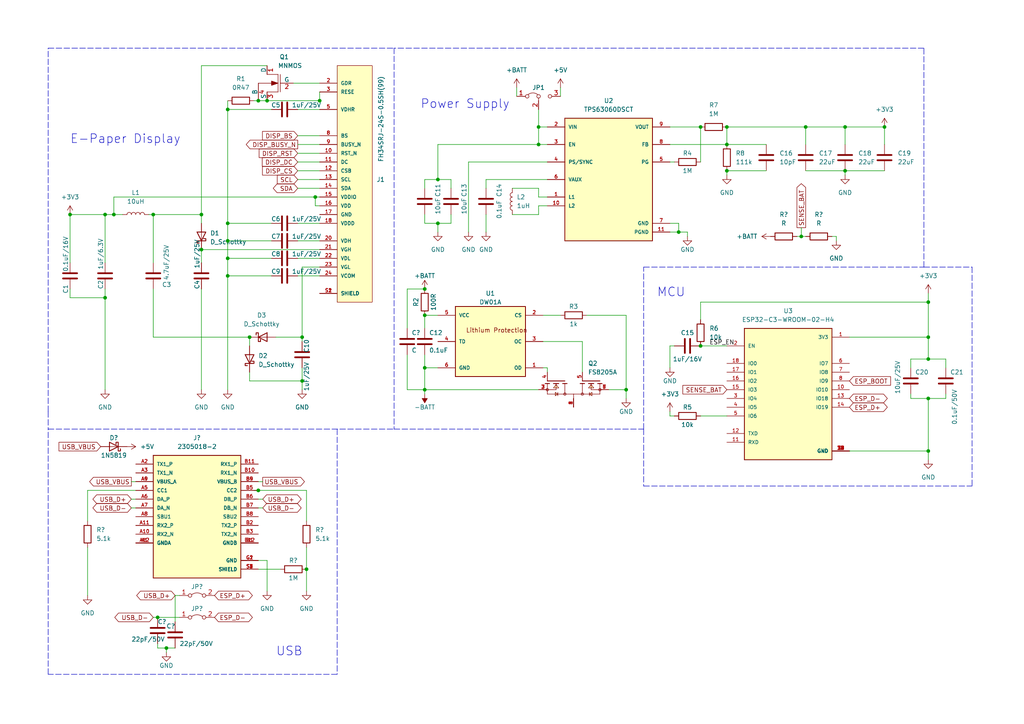
<source format=kicad_sch>
(kicad_sch (version 20211123) (generator eeschema)
  (paper "A4")
  (title_block (title "FabReader2") (date "2022-05-05") (rev "0.1") (company "RLKM UG (haftungsbeschränkt)"))
  (lib_symbols
    (symbol "2305018-2:2305018-2" (pin_names (offset 1.016))
      (property "Reference" "J" (at -12.7 18.0594 0))
      (property "Value" "2305018-2" (at -12.7 -20.3454 0))
      (symbol "2305018-2_0_0"
        (rectangle (start -12.7 -17.78) (end 12.7 17.78) (stroke (width 0.254)) (fill (type background)))
        (pin passive line (at -17.78 -7.62 0) (length 5.08) (name "GNDA") (number "A1"))
        (pin passive line (at -17.78 -5.08 0) (length 5.08) (name "RX2_N") (number "A10"))
        (pin passive line (at -17.78 -2.54 0) (length 5.08) (name "RX2_P") (number "A11"))
        (pin passive line (at -17.78 -7.62 0) (length 5.08) (name "GNDA") (number "A12"))
        (pin passive line (at -17.78 15.24 0) (length 5.08) (name "TX1_P") (number "A2"))
        (pin passive line (at -17.78 12.7 0) (length 5.08) (name "TX1_N") (number "A3"))
        (pin passive line (at -17.78 10.16 0) (length 5.08) (name "VBUS_A") (number "A4"))
        (pin passive line (at -17.78 7.62 0) (length 5.08) (name "CC1") (number "A5"))
        (pin passive line (at -17.78 5.08 0) (length 5.08) (name "DA_P") (number "A6"))
        (pin passive line (at -17.78 2.54 0) (length 5.08) (name "DA_N") (number "A7"))
        (pin passive line (at -17.78 0 0) (length 5.08) (name "SBU1") (number "A8"))
        (pin passive line (at -17.78 10.16 0) (length 5.08) (name "VBUS_A") (number "A9"))
        (pin passive line (at 17.78 -7.62 180) (length 5.08) (name "GNDB") (number "B1"))
        (pin passive line (at 17.78 12.7 180) (length 5.08) (name "RX1_N") (number "B10"))
        (pin passive line (at 17.78 15.24 180) (length 5.08) (name "RX1_P") (number "B11"))
        (pin passive line (at 17.78 -7.62 180) (length 5.08) (name "GNDB") (number "B12"))
        (pin passive line (at 17.78 -2.54 180) (length 5.08) (name "TX2_P") (number "B2"))
        (pin passive line (at 17.78 -5.08 180) (length 5.08) (name "TX2_N") (number "B3"))
        (pin passive line (at 17.78 10.16 180) (length 5.08) (name "VBUS_B") (number "B4"))
        (pin passive line (at 17.78 7.62 180) (length 5.08) (name "CC2") (number "B5"))
        (pin passive line (at 17.78 5.08 180) (length 5.08) (name "DB_P") (number "B6"))
        (pin passive line (at 17.78 2.54 180) (length 5.08) (name "DB_N") (number "B7"))
        (pin passive line (at 17.78 0 180) (length 5.08) (name "SBU2") (number "B8"))
        (pin passive line (at 17.78 10.16 180) (length 5.08) (name "VBUS_B") (number "B9"))
        (pin power_in line (at 17.78 -12.7 180) (length 5.08) (name "GND") (number "G1"))
        (pin power_in line (at 17.78 -12.7 180) (length 5.08) (name "GND") (number "G2"))
        (pin power_in line (at 17.78 -15.24 180) (length 5.08) (name "SHIELD") (number "S1"))
        (pin power_in line (at 17.78 -15.24 180) (length 5.08) (name "SHIELD") (number "S2"))
        (pin power_in line (at 17.78 -15.24 180) (length 5.08) (name "SHIELD") (number "S3"))
        (pin power_in line (at 17.78 -15.24 180) (length 5.08) (name "SHIELD") (number "S4"))
      )
    )
    (symbol "DW01A:DW01A" (pin_names (offset 1.016))
      (property "Reference" "IC" (at -5.08 11.43 0))
      (property "Value" "DW01A" (at -5.08 -12.7 0))
      (symbol "DW01A_0_0"
        (rectangle (start -10.16 -10.16) (end 10.16 10.16) (stroke (width 0.254)) (fill (type background)))
        (text "Lithium Protection" (at -7.112 2.54 0) (effects (font (size 1.27 1.27)) (justify left bottom)))
        (pin bidirectional line (at 15.24 -7.62 180) (length 5.08) (name "OD") (number "1"))
        (pin bidirectional line (at 15.24 7.62 180) (length 5.08) (name "CS") (number "2"))
        (pin bidirectional line (at 15.24 0 180) (length 5.08) (name "OC") (number "3"))
        (pin bidirectional line (at -15.24 0 0) (length 5.08) (name "TD") (number "4"))
        (pin power_in line (at -15.24 7.62 0) (length 5.08) (name "VCC") (number "5"))
        (pin power_in line (at -15.24 -7.62 0) (length 5.08) (name "GND") (number "6"))
      )
    )
    (symbol "Device:C" (pin_numbers hide) (pin_names (offset 0.254))
      (property "Reference" "C" (at 0.635 2.54 0))
      (property "Value" "C" (at 0.635 -2.54 0))
      (symbol "C_0_1"
        (polyline (pts (xy -2.032 -0.762) (xy 2.032 -0.762)) (stroke (width 0.508)))
        (polyline (pts (xy -2.032 0.762) (xy 2.032 0.762)) (stroke (width 0.508)))
      )
      (symbol "C_1_1"
        (pin passive line (at 0 3.81 270) (length 2.794) (name "~") (number "1"))
        (pin passive line (at 0 -3.81 90) (length 2.794) (name "~") (number "2"))
      )
    )
    (symbol "Device:D_Schottky" (pin_numbers hide) (pin_names (offset 1.016) hide)
      (property "Reference" "D" (at 0 2.54 0))
      (property "Value" "D_Schottky" (at 0 -2.54 0))
      (symbol "D_Schottky_0_1"
        (polyline (pts (xy 1.27 0) (xy -1.27 0)))
        (polyline (pts (xy 1.27 1.27) (xy 1.27 -1.27) (xy -1.27 0) (xy 1.27 1.27)) (stroke (width 0.254)))
        (polyline (pts (xy -1.905 0.635) (xy -1.905 1.27) (xy -1.27 1.27) (xy -1.27 -1.27) (xy -0.635 -1.27) (xy -0.635 -0.635)) (stroke (width 0.254)))
      )
      (symbol "D_Schottky_1_1"
        (pin passive line (at -3.81 0 0) (length 2.54) (name "K") (number "1"))
        (pin passive line (at 3.81 0 180) (length 2.54) (name "A") (number "2"))
      )
    )
    (symbol "Device:L" (pin_numbers hide) (pin_names (offset 1.016) hide)
      (property "Reference" "L" (at -1.27 0 90))
      (property "Value" "L" (at 1.905 0 90))
      (symbol "L_0_1"
        (arc (start 0 -2.54) (mid 0.635 -1.905) (end 0 -1.27))
        (arc (start 0 -1.27) (mid 0.635 -0.635) (end 0 0))
        (arc (start 0 0) (mid 0.635 0.635) (end 0 1.27))
        (arc (start 0 1.27) (mid 0.635 1.905) (end 0 2.54))
      )
      (symbol "L_1_1"
        (pin passive line (at 0 3.81 270) (length 1.27) (name "1") (number "1"))
        (pin passive line (at 0 -3.81 90) (length 1.27) (name "2") (number "2"))
      )
    )
    (symbol "Device:R" (pin_numbers hide) (pin_names (offset 0))
      (property "Reference" "R" (at 2.032 0 90))
      (property "Value" "R" (at 0 0 90))
      (symbol "R_0_1"
        (rectangle (start -1.016 -2.54) (end 1.016 2.54) (stroke (width 0.254)))
      )
      (symbol "R_1_1"
        (pin passive line (at 0 3.81 270) (length 1.27) (name "~") (number "1"))
        (pin passive line (at 0 -3.81 90) (length 1.27) (name "~") (number "2"))
      )
    )
    (symbol "Diode:1N5819" (pin_numbers hide) (pin_names (offset 1.016) hide)
      (property "Reference" "D" (at 0 2.54 0))
      (property "Value" "1N5819" (at 0 -2.54 0))
      (symbol "1N5819_0_1"
        (polyline (pts (xy 1.27 0) (xy -1.27 0)))
        (polyline (pts (xy 1.27 1.27) (xy 1.27 -1.27) (xy -1.27 0) (xy 1.27 1.27)) (stroke (width 0.254)))
        (polyline (pts (xy -1.905 0.635) (xy -1.905 1.27) (xy -1.27 1.27) (xy -1.27 -1.27) (xy -0.635 -1.27) (xy -0.635 -0.635)) (stroke (width 0.254)))
      )
      (symbol "1N5819_1_1"
        (pin passive line (at -3.81 0 0) (length 2.54) (name "K") (number "1"))
        (pin passive line (at 3.81 0 180) (length 2.54) (name "A") (number "2"))
      )
    )
    (symbol "ESP32-C3-WROOM-02-H4:ESP32-C3-WROOM-02-H4" (pin_names (offset 1.016))
      (property "Reference" "U" (at -12.7 21.082 0))
      (property "Value" "ESP32-C3-WROOM-02-H4" (at -12.7 -18.542 0))
      (symbol "ESP32-C3-WROOM-02-H4_0_0"
        (rectangle (start -12.7 -17.78) (end 12.7 20.32) (stroke (width 0.254)) (fill (type background)))
        (pin power_in line (at 17.78 17.78 180) (length 5.08) (name "3V3") (number "1"))
        (pin bidirectional line (at 17.78 2.54 180) (length 5.08) (name "IO10") (number "10"))
        (pin bidirectional line (at -17.78 -12.7 0) (length 5.08) (name "RXD") (number "11"))
        (pin bidirectional line (at -17.78 -10.16 0) (length 5.08) (name "TXD") (number "12"))
        (pin bidirectional line (at 17.78 0 180) (length 5.08) (name "IO18") (number "13"))
        (pin bidirectional line (at 17.78 -2.54 180) (length 5.08) (name "IO19") (number "14"))
        (pin bidirectional line (at -17.78 2.54 0) (length 5.08) (name "IO3") (number "15"))
        (pin bidirectional line (at -17.78 5.08 0) (length 5.08) (name "IO2") (number "16"))
        (pin bidirectional line (at -17.78 7.62 0) (length 5.08) (name "IO1") (number "17"))
        (pin bidirectional line (at -17.78 10.16 0) (length 5.08) (name "IO0") (number "18"))
        (pin power_in line (at 17.78 -15.24 180) (length 5.08) (name "GND") (number "19"))
        (pin input line (at -17.78 15.24 0) (length 5.08) (name "EN") (number "2"))
        (pin power_in line (at 17.78 -15.24 180) (length 5.08) (name "GND") (number "20"))
        (pin power_in line (at 17.78 -15.24 180) (length 5.08) (name "GND") (number "21"))
        (pin power_in line (at 17.78 -15.24 180) (length 5.08) (name "GND") (number "22"))
        (pin power_in line (at 17.78 -15.24 180) (length 5.08) (name "GND") (number "23"))
        (pin power_in line (at 17.78 -15.24 180) (length 5.08) (name "GND") (number "24"))
        (pin power_in line (at 17.78 -15.24 180) (length 5.08) (name "GND") (number "25"))
        (pin power_in line (at 17.78 -15.24 180) (length 5.08) (name "GND") (number "26"))
        (pin power_in line (at 17.78 -15.24 180) (length 5.08) (name "GND") (number "27"))
        (pin power_in line (at 17.78 -15.24 180) (length 5.08) (name "GND") (number "28"))
        (pin power_in line (at 17.78 -15.24 180) (length 5.08) (name "GND") (number "29"))
        (pin bidirectional line (at -17.78 0 0) (length 5.08) (name "IO4") (number "3"))
        (pin power_in line (at 17.78 -15.24 180) (length 5.08) (name "GND") (number "30"))
        (pin power_in line (at 17.78 -15.24 180) (length 5.08) (name "GND") (number "31"))
        (pin power_in line (at 17.78 -15.24 180) (length 5.08) (name "GND") (number "32"))
        (pin power_in line (at 17.78 -15.24 180) (length 5.08) (name "GND") (number "33"))
        (pin power_in line (at 17.78 -15.24 180) (length 5.08) (name "GND") (number "34"))
        (pin power_in line (at 17.78 -15.24 180) (length 5.08) (name "GND") (number "35"))
        (pin power_in line (at 17.78 -15.24 180) (length 5.08) (name "GND") (number "36"))
        (pin power_in line (at 17.78 -15.24 180) (length 5.08) (name "GND") (number "37"))
        (pin power_in line (at 17.78 -15.24 180) (length 5.08) (name "GND") (number "38"))
        (pin power_in line (at 17.78 -15.24 180) (length 5.08) (name "GND") (number "39"))
        (pin bidirectional line (at -17.78 -2.54 0) (length 5.08) (name "IO5") (number "4"))
        (pin bidirectional line (at -17.78 -5.08 0) (length 5.08) (name "IO6") (number "5"))
        (pin bidirectional line (at 17.78 10.16 180) (length 5.08) (name "IO7") (number "6"))
        (pin bidirectional line (at 17.78 7.62 180) (length 5.08) (name "IO8") (number "7"))
        (pin bidirectional line (at 17.78 5.08 180) (length 5.08) (name "IO9") (number "8"))
        (pin power_in line (at 17.78 -15.24 180) (length 5.08) (name "GND") (number "9"))
      )
    )
    (symbol "FH34SRJ-24S-0.5SH_99_:FH34SRJ-24S-0.5SH(99)" (pin_names (offset 1.016))
      (property "Reference" "J1" (at 6.35 0.0001 0))
      (property "Value" "FH34SRJ-24S-0.5SH(99)" (at 6.35 -2.5399 0))
      (symbol "FH34SRJ-24S-0.5SH(99)_0_0"
        (rectangle (start -5.08 -35.56) (end 5.08 33.02) (fill (type background)))
        (pin passive line (at -10.16 30.48 0) (length 5.08) hide (name "NC") (number "1"))
        (pin passive line (at -10.16 7.62 0) (length 5.08) (name "RST_N") (number "10"))
        (pin passive line (at -10.16 5.08 0) (length 5.08) (name "DC") (number "11"))
        (pin passive line (at -10.16 2.54 0) (length 5.08) (name "CSB") (number "12"))
        (pin passive line (at -10.16 0 0) (length 5.08) (name "SCL") (number "13"))
        (pin passive line (at -10.16 -2.54 0) (length 5.08) (name "SDA") (number "14"))
        (pin passive line (at -10.16 -5.08 0) (length 5.08) (name "VDDIO") (number "15"))
        (pin passive line (at -10.16 -7.62 0) (length 5.08) (name "VDD") (number "16"))
        (pin passive line (at -10.16 -10.16 0) (length 5.08) (name "GND") (number "17"))
        (pin passive line (at -10.16 -12.7 0) (length 5.08) (name "VDDD") (number "18"))
        (pin passive line (at -10.16 -15.24 0) (length 5.08) hide (name "NC") (number "19"))
        (pin passive line (at -10.16 27.94 0) (length 5.08) (name "GDR") (number "2"))
        (pin passive line (at -10.16 -17.78 0) (length 5.08) (name "VDH") (number "20"))
        (pin passive line (at -10.16 -20.32 0) (length 5.08) (name "VGH") (number "21"))
        (pin passive line (at -10.16 -22.86 0) (length 5.08) (name "VDL") (number "22"))
        (pin passive line (at -10.16 -25.4 0) (length 5.08) (name "VGL") (number "23"))
        (pin passive line (at -10.16 -27.94 0) (length 5.08) (name "VCOM") (number "24"))
        (pin passive line (at -10.16 25.4 0) (length 5.08) (name "RESE") (number "3"))
        (pin passive line (at -10.16 22.86 0) (length 5.08) hide (name "NC") (number "4"))
        (pin passive line (at -10.16 20.32 0) (length 5.08) (name "VDHR") (number "5"))
        (pin passive line (at -10.16 17.78 0) (length 5.08) hide (name "NC") (number "6"))
        (pin passive line (at -10.16 15.24 0) (length 5.08) hide (name "NC") (number "7"))
        (pin passive line (at -10.16 12.7 0) (length 5.08) (name "BS") (number "8"))
        (pin passive line (at -10.16 10.16 0) (length 5.08) (name "BUSY_N") (number "9"))
        (pin passive line (at -10.16 -33.02 0) (length 5.08) (name "SHIELD") (number "S1"))
        (pin passive line (at -10.16 -33.02 0) (length 5.08) (name "SHIELD") (number "S2"))
      )
    )
    (symbol "FS8205A:FS8205A" (pin_names (offset 1.016) hide)
      (property "Reference" "Q" (at -11.43 7.62 0))
      (property "Value" "FS8205A" (at -11.43 -12.7 0))
      (symbol "FS8205A_0_0"
        (circle (center 0 -7.62) (radius 0.3556))
        (polyline (pts (xy -2.54 -2.54) (xy -2.54 -7.62)) (stroke (width 0.254)))
        (polyline (pts (xy -2.54 7.62) (xy -2.54 2.54)) (stroke (width 0.254)))
        (polyline (pts (xy -1.778 -7.62) (xy -1.778 -8.255)) (stroke (width 0.254)))
        (polyline (pts (xy -1.778 -6.985) (xy -1.778 -7.62)) (stroke (width 0.254)))
        (polyline (pts (xy -1.778 -5.08) (xy -1.778 -5.842)) (stroke (width 0.254)))
        (polyline (pts (xy -1.778 -5.08) (xy 0 -5.08)) (stroke (width 0.1524)))
        (polyline (pts (xy -1.778 -4.318) (xy -1.778 -5.08)) (stroke (width 0.254)))
        (polyline (pts (xy -1.778 -2.54) (xy -1.778 -3.175)) (stroke (width 0.254)))
        (polyline (pts (xy -1.778 -2.54) (xy 1.27 -2.54)) (stroke (width 0.1524)))
        (polyline (pts (xy -1.778 -1.905) (xy -1.778 -2.54)) (stroke (width 0.254)))
        (polyline (pts (xy -1.778 2.54) (xy -1.778 1.905)) (stroke (width 0.254)))
        (polyline (pts (xy -1.778 3.175) (xy -1.778 2.54)) (stroke (width 0.254)))
        (polyline (pts (xy -1.778 5.08) (xy -1.778 4.318)) (stroke (width 0.254)))
        (polyline (pts (xy -1.778 5.08) (xy 0 5.08)) (stroke (width 0.1524)))
        (polyline (pts (xy -1.778 5.842) (xy -1.778 5.08)) (stroke (width 0.254)))
        (polyline (pts (xy -1.778 7.62) (xy -1.778 6.985)) (stroke (width 0.254)))
        (polyline (pts (xy -1.778 7.62) (xy 1.27 7.62)) (stroke (width 0.1524)))
        (polyline (pts (xy -1.778 8.255) (xy -1.778 7.62)) (stroke (width 0.254)))
        (polyline (pts (xy 0 -7.62) (xy -1.778 -7.62)) (stroke (width 0.1524)))
        (polyline (pts (xy 0 -7.62) (xy 1.27 -7.62)) (stroke (width 0.1524)))
        (polyline (pts (xy 0 -5.08) (xy 0 -7.62)) (stroke (width 0.1524)))
        (polyline (pts (xy 0 7.62) (xy 0 5.08)) (stroke (width 0.1524)))
        (polyline (pts (xy 0.762 4.572) (xy 1.27 4.572)) (stroke (width 0.1524)))
        (polyline (pts (xy 1.27 -4.572) (xy 0.762 -4.572)) (stroke (width 0.1524)))
        (polyline (pts (xy 1.27 -4.572) (xy 1.27 -7.62)) (stroke (width 0.1524)))
        (polyline (pts (xy 1.27 -2.54) (xy 1.27 -4.572)) (stroke (width 0.1524)))
        (polyline (pts (xy 1.27 -2.54) (xy 1.27 0)) (stroke (width 0.1524)))
        (polyline (pts (xy 1.27 0) (xy 1.27 2.54)) (stroke (width 0.1524)))
        (polyline (pts (xy 1.27 0) (xy 2.54 0)) (stroke (width 0.1524)))
        (polyline (pts (xy 1.27 2.54) (xy -1.778 2.54)) (stroke (width 0.1524)))
        (polyline (pts (xy 1.27 2.54) (xy 1.27 4.572)) (stroke (width 0.1524)))
        (polyline (pts (xy 1.27 4.572) (xy 1.27 7.62)) (stroke (width 0.1524)))
        (polyline (pts (xy 1.27 4.572) (xy 1.778 4.572)) (stroke (width 0.1524)))
        (polyline (pts (xy 1.778 -4.572) (xy 1.27 -4.572)) (stroke (width 0.1524)))
        (polyline (pts (xy -1.524 -5.08) (xy -0.508 -4.318) (xy -0.508 -5.842) (xy -1.524 -5.08)) (stroke (width 0.1524)) (fill (type background)))
        (polyline (pts (xy -1.524 5.08) (xy -0.508 5.842) (xy -0.508 4.318) (xy -1.524 5.08)) (stroke (width 0.1524)) (fill (type background)))
        (polyline (pts (xy 1.27 -4.572) (xy 0.762 -5.334) (xy 1.778 -5.334) (xy 1.27 -4.572)) (stroke (width 0.1524)) (fill (type background)))
        (polyline (pts (xy 1.27 4.572) (xy 1.778 5.334) (xy 0.762 5.334) (xy 1.27 4.572)) (stroke (width 0.1524)) (fill (type background)))
        (circle (center 0 7.62) (radius 0.3556))
        (circle (center 1.27 -2.54) (radius 0.3556))
        (circle (center 1.27 2.54) (radius 0.3556))
        (pin passive line (at 5.08 0 180) (length 2.54) (name "~") (number "1"))
        (pin passive line (at 0 -10.16 90) (length 2.54) (name "~") (number "2"))
        (pin passive line (at 0 -10.16 90) (length 2.54) (name "~") (number "3"))
        (pin passive line (at -5.08 -7.62 0) (length 2.54) (name "~") (number "4"))
        (pin passive line (at -5.08 2.54 0) (length 2.54) (name "~") (number "5"))
        (pin passive line (at 0 10.16 270) (length 2.54) (name "~") (number "6"))
        (pin passive line (at 0 10.16 270) (length 2.54) (name "~") (number "7"))
        (pin passive line (at 5.08 0 180) (length 2.54) (name "~") (number "8"))
      )
    )
    (symbol "Jumper:Jumper_2_Bridged" (pin_names (offset 0) hide)
      (property "Reference" "JP" (at 0 1.905 0))
      (property "Value" "Jumper_2_Bridged" (at 0 -2.54 0))
      (symbol "Jumper_2_Bridged_0_0"
        (circle (center -2.032 0) (radius 0.508))
        (circle (center 2.032 0) (radius 0.508))
      )
      (symbol "Jumper_2_Bridged_0_1"
        (arc (start 1.524 0.254) (mid 0 0.762) (end -1.524 0.254))
      )
      (symbol "Jumper_2_Bridged_1_1"
        (pin passive line (at -5.08 0 0) (length 2.54) (name "A") (number "1"))
        (pin passive line (at 5.08 0 180) (length 2.54) (name "B") (number "2"))
      )
    )
    (symbol "Jumper:Jumper_3_Bridged12" (pin_names (offset 0) hide)
      (property "Reference" "JP" (at -2.54 -2.54 0))
      (property "Value" "Jumper_3_Bridged12" (at 0 2.794 0))
      (symbol "Jumper_3_Bridged12_0_0"
        (circle (center -3.302 0) (radius 0.508))
        (circle (center 0 0) (radius 0.508))
        (circle (center 3.302 0) (radius 0.508))
      )
      (symbol "Jumper_3_Bridged12_0_1"
        (arc (start -0.254 0.508) (mid -1.651 0.9912) (end -3.048 0.508))
        (polyline (pts (xy 0 -1.27) (xy 0 -0.508)))
      )
      (symbol "Jumper_3_Bridged12_1_1"
        (pin passive line (at -6.35 0 0) (length 2.54) (name "A") (number "1"))
        (pin passive line (at 0 -3.81 90) (length 2.54) (name "C") (number "2"))
        (pin passive line (at 6.35 0 180) (length 2.54) (name "B") (number "3"))
      )
    )
    (symbol "TPS63060DSCT:TPS63060DSCT" (pin_names (offset 1.016))
      (property "Reference" "U" (at -12.7 18.542 0))
      (property "Value" "TPS63060DSCT" (at -12.7 -18.542 0))
      (symbol "TPS63060DSCT_0_0"
        (rectangle (start -12.7 -17.78) (end 12.7 17.78) (stroke (width 0.254)) (fill (type background)))
        (pin passive line (at -17.78 -5.08 0) (length 5.08) (name "L1") (number "1"))
        (pin passive line (at -17.78 -7.62 0) (length 5.08) (name "L2") (number "10"))
        (pin power_in line (at 17.78 -15.24 180) (length 5.08) (name "PGND") (number "11"))
        (pin input line (at -17.78 15.24 0) (length 5.08) (name "VIN") (number "2"))
        (pin input line (at -17.78 10.16 0) (length 5.08) (name "EN") (number "3"))
        (pin input line (at -17.78 5.08 0) (length 5.08) (name "PS/SYNC") (number "4"))
        (pin output line (at 17.78 5.08 180) (length 5.08) (name "PG") (number "5"))
        (pin passive line (at -17.78 0 0) (length 5.08) (name "VAUX") (number "6"))
        (pin power_in line (at 17.78 -12.7 180) (length 5.08) (name "GND") (number "7"))
        (pin input line (at 17.78 10.16 180) (length 5.08) (name "FB") (number "8"))
        (pin output line (at 17.78 15.24 180) (length 5.08) (name "VOUT") (number "9"))
      )
    )
    (symbol "power:+3V3" (power) (pin_names (offset 0))
      (property "Value" "+3V3" (at 0 3.556 0))
      (symbol "+3V3_0_1"
        (polyline (pts (xy -0.762 1.27) (xy 0 2.54)))
        (polyline (pts (xy 0 0) (xy 0 2.54)))
        (polyline (pts (xy 0 2.54) (xy 0.762 1.27)))
      )
      (symbol "+3V3_1_1"
        (pin power_in line (at 0 0 90) (length 0) hide (name "+3V3") (number "1"))
      )
    )
    (symbol "power:+5V" (power) (pin_names (offset 0))
      (property "Value" "+5V" (at 0 3.556 0))
      (symbol "+5V_0_1"
        (polyline (pts (xy -0.762 1.27) (xy 0 2.54)))
        (polyline (pts (xy 0 0) (xy 0 2.54)))
        (polyline (pts (xy 0 2.54) (xy 0.762 1.27)))
      )
      (symbol "+5V_1_1"
        (pin power_in line (at 0 0 90) (length 0) hide (name "+5V") (number "1"))
      )
    )
    (symbol "power:+BATT" (power) (pin_names (offset 0))
      (property "Value" "+BATT" (at 0 3.556 0))
      (symbol "+BATT_0_1"
        (polyline (pts (xy -0.762 1.27) (xy 0 2.54)))
        (polyline (pts (xy 0 0) (xy 0 2.54)))
        (polyline (pts (xy 0 2.54) (xy 0.762 1.27)))
      )
      (symbol "+BATT_1_1"
        (pin power_in line (at 0 0 90) (length 0) hide (name "+BATT") (number "1"))
      )
    )
    (symbol "power:-BATT" (power) (pin_names (offset 0))
      (property "Value" "-BATT" (at 0 3.556 0))
      (symbol "-BATT_0_1"
        (polyline (pts (xy 0 0) (xy 0 2.54)))
        (polyline (pts (xy 0.762 1.27) (xy -0.762 1.27) (xy 0 2.54) (xy 0.762 1.27)) (fill (type outline)))
      )
      (symbol "-BATT_1_1"
        (pin power_in line (at 0 0 90) (length 0) hide (name "-BATT") (number "1"))
      )
    )
    (symbol "power:GND" (power) (pin_names (offset 0))
      (property "Value" "GND" (at 0 -3.81 0))
      (symbol "GND_0_1"
        (polyline (pts (xy 0 0) (xy 0 -1.27) (xy 1.27 -1.27) (xy 0 -2.54) (xy -1.27 -1.27) (xy 0 -1.27)))
      )
      (symbol "GND_1_1"
        (pin power_in line (at 0 0 270) (length 0) hide (name "GND") (number "1"))
      )
    )
    (symbol "pspice:MNMOS" (pin_names (offset 0))
      (property "Reference" "M" (at 7.62 1.27 0))
      (property "Value" "MNMOS" (at 7.62 -1.27 0))
      (symbol "MNMOS_0_1"
        (polyline (pts (xy -1.27 -2.54) (xy -1.27 2.54)))
        (polyline (pts (xy -0.635 -2.54) (xy 2.54 -2.54)))
        (polyline (pts (xy 2.54 2.54) (xy -0.635 2.54)))
        (polyline (pts (xy 5.08 0) (xy -0.635 0)))
        (polyline (pts (xy -0.635 0) (xy 1.27 0.635) (xy 1.27 -0.635) (xy -0.635 0)) (fill (type outline)))
      )
      (symbol "MNMOS_1_1"
        (polyline (pts (xy -0.635 -2.54) (xy -0.635 2.54)))
        (pin passive line (at 2.54 5.08 270) (length 2.54) (name "D") (number "1"))
        (pin input line (at -5.08 0 0) (length 3.81) (name "G") (number "2"))
        (pin passive line (at 2.54 -5.08 90) (length 2.54) (name "S") (number "3"))
        (pin input line (at 5.08 -5.08 90) (length 5.08) (name "B") (number "4"))
      )
    )
  )
  (junction (at 58.42 62.23))
  (junction (at 210.82 41.91))
  (junction (at 20.32 62.23))
  (junction (at 233.68 36.83))
  (junction (at 123.19 83.82))
  (junction (at 92.71 29.21))
  (junction (at 66.04 80.01))
  (junction (at 181.61 113.03))
  (junction (at 127 64.77))
  (junction (at 245.11 36.83))
  (junction (at 196.85 67.31))
  (junction (at 30.48 62.23))
  (junction (at 44.45 62.23))
  (junction (at 156.21 36.83))
  (junction (at 30.48 86.36))
  (junction (at 66.04 69.85))
  (junction (at 203.2 100.33))
  (junction (at 256.54 36.83))
  (junction (at 72.39 97.79))
  (junction (at 210.82 49.53))
  (junction (at 88.9 165.1))
  (junction (at 48.26 187.96))
  (junction (at 245.11 49.53))
  (junction (at 77.47 29.21))
  (junction (at 269.24 115.57))
  (junction (at 203.2 36.83))
  (junction (at 33.02 62.23))
  (junction (at 123.19 91.44))
  (junction (at 66.04 31.75))
  (junction (at 269.24 104.14))
  (junction (at 156.21 41.91))
  (junction (at 87.63 97.79))
  (junction (at 232.41 68.58))
  (junction (at 74.93 142.24))
  (junction (at 58.42 72.39))
  (junction (at 123.19 113.03))
  (junction (at 269.24 97.79))
  (junction (at 45.72 179.07))
  (junction (at 74.93 29.21))
  (junction (at 269.24 130.81))
  (junction (at 87.63 110.49))
  (junction (at 210.82 36.83))
  (junction (at 91.44 57.15))
  (junction (at 66.04 74.93))
  (junction (at 269.24 87.63))
  (junction (at 123.19 106.68))
  (junction (at 127 52.07))
  (junction (at 66.04 64.77))
  (wire (pts (xy 140.97 62.23) (xy 140.97 67.31)))
  (wire (pts (xy 38.1 147.32) (xy 39.37 147.32)))
  (wire (pts (xy 88.9 142.24) (xy 74.93 142.24)))
  (wire (pts (xy 58.42 19.05) (xy 77.47 19.05)))
  (wire (pts (xy 127 52.07) (xy 123.19 52.07)))
  (wire (pts (xy 203.2 92.71) (xy 203.2 87.63)))
  (wire (pts (xy 130.81 52.07) (xy 130.81 54.61)))
  (wire (pts (xy 269.24 97.79) (xy 269.24 104.14)))
  (wire (pts (xy 127 64.77) (xy 130.81 64.77)))
  (wire (pts (xy 123.19 114.3) (xy 123.19 113.03)))
  (wire (pts (xy 87.63 97.79) (xy 87.63 99.06)))
  (wire (pts (xy 242.57 69.85) (xy 242.57 68.58)))
  (polyline (pts (xy 186.69 124.46) (xy 186.69 140.97)))
  (wire (pts (xy 242.57 68.58) (xy 241.3 68.58)))
  (wire (pts (xy 196.85 67.31) (xy 199.39 67.31)))
  (wire (pts (xy 44.45 83.82) (xy 44.45 97.79)))
  (polyline (pts (xy 13.97 119.38) (xy 13.97 13.97)))
  (wire (pts (xy 162.56 25.4) (xy 162.56 27.94)))
  (wire (pts (xy 123.19 113.03) (xy 123.19 106.68)))
  (wire (pts (xy 88.9 151.13) (xy 88.9 142.24)))
  (wire (pts (xy 30.48 86.36) (xy 30.48 113.03)))
  (wire (pts (xy 245.11 36.83) (xy 256.54 36.83)))
  (wire (pts (xy 269.24 130.81) (xy 269.24 133.35)))
  (wire (pts (xy 181.61 91.44) (xy 181.61 113.03)))
  (wire (pts (xy 148.59 62.23) (xy 156.21 62.23)))
  (polyline (pts (xy 267.97 77.47) (xy 281.94 77.47)))
  (wire (pts (xy 73.66 142.24) (xy 74.93 142.24)))
  (wire (pts (xy 92.71 57.15) (xy 91.44 57.15)))
  (wire (pts (xy 86.36 52.07) (xy 92.71 52.07)))
  (wire (pts (xy 245.11 49.53) (xy 256.54 49.53)))
  (wire (pts (xy 80.01 97.79) (xy 87.63 97.79)))
  (wire (pts (xy 246.38 130.81) (xy 269.24 130.81)))
  (wire (pts (xy 157.48 91.44) (xy 162.56 91.44)))
  (wire (pts (xy 158.75 57.15) (xy 156.21 57.15)))
  (wire (pts (xy 140.97 52.07) (xy 140.97 54.61)))
  (wire (pts (xy 44.45 97.79) (xy 72.39 97.79)))
  (wire (pts (xy 86.36 69.85) (xy 92.71 69.85)))
  (wire (pts (xy 194.31 119.38) (xy 194.31 120.65)))
  (wire (pts (xy 149.86 25.4) (xy 149.86 27.94)))
  (wire (pts (xy 156.21 36.83) (xy 158.75 36.83)))
  (polyline (pts (xy 114.3 124.46) (xy 186.69 124.46)))
  (wire (pts (xy 50.8 172.72) (xy 50.8 180.34)))
  (wire (pts (xy 86.36 64.77) (xy 92.71 64.77)))
  (wire (pts (xy 66.04 31.75) (xy 66.04 29.21)))
  (wire (pts (xy 245.11 41.91) (xy 245.11 36.83)))
  (wire (pts (xy 123.19 83.82) (xy 123.19 85.09)))
  (wire (pts (xy 44.45 179.07) (xy 45.72 179.07)))
  (wire (pts (xy 86.36 80.01) (xy 92.71 80.01)))
  (wire (pts (xy 127 64.77) (xy 127 67.31)))
  (wire (pts (xy 74.93 29.21) (xy 77.47 29.21)))
  (wire (pts (xy 274.32 115.57) (xy 274.32 114.3)))
  (wire (pts (xy 39.37 142.24) (xy 25.4 142.24)))
  (wire (pts (xy 25.4 142.24) (xy 25.4 151.13)))
  (wire (pts (xy 33.02 57.15) (xy 91.44 57.15)))
  (wire (pts (xy 86.36 41.91) (xy 92.71 41.91)))
  (polyline (pts (xy 13.97 195.58) (xy 13.97 124.46)))
  (wire (pts (xy 231.14 68.58) (xy 232.41 68.58)))
  (polyline (pts (xy 186.69 124.46) (xy 186.69 77.47)))
  (wire (pts (xy 86.36 44.45) (xy 92.71 44.45)))
  (wire (pts (xy 156.21 41.91) (xy 156.21 36.83)))
  (wire (pts (xy 86.36 39.37) (xy 92.71 39.37)))
  (wire (pts (xy 72.39 110.49) (xy 87.63 110.49)))
  (wire (pts (xy 123.19 91.44) (xy 127 91.44)))
  (wire (pts (xy 233.68 41.91) (xy 233.68 36.83)))
  (wire (pts (xy 77.47 162.56) (xy 74.93 162.56)))
  (polyline (pts (xy 97.79 195.58) (xy 13.97 195.58)))
  (wire (pts (xy 66.04 64.77) (xy 78.74 64.77)))
  (wire (pts (xy 274.32 106.68) (xy 274.32 104.14)))
  (wire (pts (xy 20.32 83.82) (xy 20.32 86.36)))
  (wire (pts (xy 245.11 36.83) (xy 233.68 36.83)))
  (wire (pts (xy 158.75 106.68) (xy 158.75 107.95)))
  (wire (pts (xy 77.47 171.45) (xy 77.47 162.56)))
  (wire (pts (xy 58.42 83.82) (xy 58.42 113.03)))
  (wire (pts (xy 92.71 77.47) (xy 87.63 77.47)))
  (polyline (pts (xy 186.69 140.97) (xy 281.94 140.97)))
  (wire (pts (xy 25.4 158.75) (xy 25.4 172.72)))
  (wire (pts (xy 72.39 107.95) (xy 72.39 110.49)))
  (wire (pts (xy 118.11 113.03) (xy 118.11 102.87)))
  (wire (pts (xy 135.89 46.99) (xy 135.89 67.31)))
  (wire (pts (xy 269.24 115.57) (xy 274.32 115.57)))
  (wire (pts (xy 66.04 74.93) (xy 66.04 69.85)))
  (wire (pts (xy 123.19 102.87) (xy 123.19 106.68)))
  (wire (pts (xy 33.02 62.23) (xy 33.02 57.15)))
  (wire (pts (xy 246.38 97.79) (xy 269.24 97.79)))
  (wire (pts (xy 33.02 62.23) (xy 35.56 62.23)))
  (polyline (pts (xy 13.97 13.97) (xy 114.3 13.97)))
  (wire (pts (xy 86.36 31.75) (xy 92.71 31.75)))
  (wire (pts (xy 168.91 107.95) (xy 168.91 99.06)))
  (wire (pts (xy 45.72 187.96) (xy 48.26 187.96)))
  (wire (pts (xy 66.04 74.93) (xy 78.74 74.93)))
  (wire (pts (xy 66.04 64.77) (xy 66.04 31.75)))
  (wire (pts (xy 48.26 187.96) (xy 50.8 187.96)))
  (wire (pts (xy 274.32 104.14) (xy 269.24 104.14)))
  (wire (pts (xy 269.24 87.63) (xy 269.24 85.09)))
  (wire (pts (xy 194.31 46.99) (xy 195.58 46.99)))
  (wire (pts (xy 66.04 31.75) (xy 78.74 31.75)))
  (wire (pts (xy 88.9 158.75) (xy 88.9 165.1)))
  (wire (pts (xy 168.91 99.06) (xy 157.48 99.06)))
  (wire (pts (xy 170.18 91.44) (xy 181.61 91.44)))
  (wire (pts (xy 123.19 64.77) (xy 127 64.77)))
  (wire (pts (xy 74.93 144.78) (xy 76.2 144.78)))
  (wire (pts (xy 20.32 62.23) (xy 30.48 62.23)))
  (wire (pts (xy 196.85 64.77) (xy 196.85 67.31)))
  (wire (pts (xy 38.1 144.78) (xy 39.37 144.78)))
  (wire (pts (xy 38.1 139.7) (xy 39.37 139.7)))
  (wire (pts (xy 20.32 86.36) (xy 30.48 86.36)))
  (polyline (pts (xy 13.97 119.38) (xy 13.97 124.46)))
  (wire (pts (xy 210.82 36.83) (xy 210.82 41.91)))
  (wire (pts (xy 87.63 77.47) (xy 87.63 97.79)))
  (wire (pts (xy 66.04 80.01) (xy 66.04 113.03)))
  (wire (pts (xy 85.09 24.13) (xy 92.71 24.13)))
  (wire (pts (xy 232.41 68.58) (xy 233.68 68.58)))
  (wire (pts (xy 203.2 46.99) (xy 203.2 36.83)))
  (wire (pts (xy 123.19 52.07) (xy 123.19 54.61)))
  (wire (pts (xy 20.32 76.2) (xy 20.32 62.23)))
  (wire (pts (xy 74.93 147.32) (xy 76.2 147.32)))
  (wire (pts (xy 127 41.91) (xy 127 52.07)))
  (wire (pts (xy 176.53 113.03) (xy 181.61 113.03)))
  (wire (pts (xy 87.63 106.68) (xy 87.63 110.49)))
  (wire (pts (xy 199.39 67.31) (xy 199.39 68.58)))
  (wire (pts (xy 233.68 49.53) (xy 245.11 49.53)))
  (polyline (pts (xy 267.97 13.97) (xy 114.3 13.97)))
  (wire (pts (xy 194.31 106.68) (xy 194.31 100.33)))
  (wire (pts (xy 58.42 72.39) (xy 92.71 72.39)))
  (wire (pts (xy 123.19 113.03) (xy 156.21 113.03)))
  (wire (pts (xy 232.41 66.04) (xy 232.41 68.58)))
  (wire (pts (xy 194.31 67.31) (xy 196.85 67.31)))
  (wire (pts (xy 86.36 54.61) (xy 92.71 54.61)))
  (wire (pts (xy 73.66 29.21) (xy 74.93 29.21)))
  (wire (pts (xy 194.31 100.33) (xy 195.58 100.33)))
  (polyline (pts (xy 267.97 77.47) (xy 267.97 13.97)))
  (wire (pts (xy 127 52.07) (xy 130.81 52.07)))
  (wire (pts (xy 210.82 49.53) (xy 222.25 49.53)))
  (wire (pts (xy 45.72 179.07) (xy 52.07 179.07)))
  (polyline (pts (xy 13.97 124.46) (xy 114.3 124.46)))
  (wire (pts (xy 66.04 69.85) (xy 66.04 64.77)))
  (wire (pts (xy 127 41.91) (xy 156.21 41.91)))
  (wire (pts (xy 58.42 64.77) (xy 58.42 62.23)))
  (wire (pts (xy 50.8 172.72) (xy 52.07 172.72)))
  (wire (pts (xy 203.2 100.33) (xy 210.82 100.33)))
  (wire (pts (xy 45.72 186.69) (xy 45.72 187.96)))
  (wire (pts (xy 118.11 95.25) (xy 118.11 83.82)))
  (wire (pts (xy 74.93 165.1) (xy 81.28 165.1)))
  (wire (pts (xy 92.71 29.21) (xy 92.71 26.67)))
  (wire (pts (xy 264.16 104.14) (xy 269.24 104.14)))
  (wire (pts (xy 44.45 76.2) (xy 44.45 62.23)))
  (wire (pts (xy 256.54 36.83) (xy 256.54 41.91)))
  (wire (pts (xy 43.18 62.23) (xy 44.45 62.23)))
  (wire (pts (xy 157.48 106.68) (xy 158.75 106.68)))
  (wire (pts (xy 48.26 187.96) (xy 48.26 189.23)))
  (wire (pts (xy 194.31 36.83) (xy 203.2 36.83)))
  (wire (pts (xy 87.63 110.49) (xy 87.63 113.03)))
  (wire (pts (xy 158.75 46.99) (xy 135.89 46.99)))
  (wire (pts (xy 66.04 69.85) (xy 78.74 69.85)))
  (wire (pts (xy 181.61 113.03) (xy 181.61 115.57)))
  (wire (pts (xy 245.11 49.53) (xy 245.11 50.8)))
  (wire (pts (xy 118.11 83.82) (xy 123.19 83.82)))
  (wire (pts (xy 210.82 49.53) (xy 210.82 50.8)))
  (wire (pts (xy 30.48 83.82) (xy 30.48 86.36)))
  (wire (pts (xy 269.24 97.79) (xy 269.24 87.63)))
  (wire (pts (xy 203.2 87.63) (xy 269.24 87.63)))
  (wire (pts (xy 86.36 46.99) (xy 92.71 46.99)))
  (polyline (pts (xy 114.3 13.97) (xy 114.3 124.46)))
  (wire (pts (xy 264.16 115.57) (xy 269.24 115.57)))
  (wire (pts (xy 72.39 97.79) (xy 72.39 100.33)))
  (wire (pts (xy 210.82 41.91) (xy 222.25 41.91)))
  (wire (pts (xy 86.36 49.53) (xy 92.71 49.53)))
  (polyline (pts (xy 186.69 77.47) (xy 267.97 77.47)))
  (wire (pts (xy 91.44 57.15) (xy 91.44 59.69)))
  (wire (pts (xy 194.31 41.91) (xy 210.82 41.91)))
  (wire (pts (xy 269.24 130.81) (xy 269.24 115.57)))
  (wire (pts (xy 78.74 80.01) (xy 66.04 80.01)))
  (wire (pts (xy 156.21 57.15) (xy 156.21 54.61)))
  (wire (pts (xy 156.21 59.69) (xy 158.75 59.69)))
  (wire (pts (xy 156.21 54.61) (xy 148.59 54.61)))
  (wire (pts (xy 44.45 62.23) (xy 58.42 62.23)))
  (wire (pts (xy 264.16 106.68) (xy 264.16 104.14)))
  (wire (pts (xy 30.48 62.23) (xy 33.02 62.23)))
  (wire (pts (xy 158.75 52.07) (xy 140.97 52.07)))
  (wire (pts (xy 123.19 106.68) (xy 127 106.68)))
  (wire (pts (xy 194.31 64.77) (xy 196.85 64.77)))
  (wire (pts (xy 123.19 91.44) (xy 123.19 95.25)))
  (wire (pts (xy 264.16 114.3) (xy 264.16 115.57)))
  (wire (pts (xy 86.36 74.93) (xy 92.71 74.93)))
  (wire (pts (xy 158.75 41.91) (xy 156.21 41.91)))
  (wire (pts (xy 123.19 62.23) (xy 123.19 64.77)))
  (wire (pts (xy 30.48 76.2) (xy 30.48 62.23)))
  (wire (pts (xy 58.42 72.39) (xy 58.42 76.2)))
  (wire (pts (xy 58.42 62.23) (xy 58.42 19.05)))
  (wire (pts (xy 77.47 29.21) (xy 92.71 29.21)))
  (wire (pts (xy 194.31 120.65) (xy 195.58 120.65)))
  (wire (pts (xy 233.68 36.83) (xy 210.82 36.83)))
  (wire (pts (xy 88.9 165.1) (xy 88.9 171.45)))
  (wire (pts (xy 130.81 64.77) (xy 130.81 62.23)))
  (wire (pts (xy 91.44 59.69) (xy 92.71 59.69)))
  (wire (pts (xy 156.21 62.23) (xy 156.21 59.69)))
  (polyline (pts (xy 97.79 124.46) (xy 97.79 195.58)))
  (wire (pts (xy 66.04 80.01) (xy 66.04 74.93)))
  (polyline (pts (xy 281.94 77.47) (xy 281.94 140.97)))
  (wire (pts (xy 156.21 31.75) (xy 156.21 36.83)))
  (wire (pts (xy 203.2 120.65) (xy 210.82 120.65)))
  (wire (pts (xy 74.93 139.7) (xy 76.2 139.7)))
  (wire (pts (xy 123.19 113.03) (xy 118.11 113.03)))
  (text "USB" (at 80.01 190.5 0) (effects (font (size 2.54 2.54)) (justify left bottom)))
  (text "E-Paper Display" (at 20.32 41.91 0) (effects (font (size 2.54 2.54)) (justify left bottom)))
  (text "MCU" (at 190.5 86.36 0) (effects (font (size 2.54 2.54)) (justify left bottom)))
  (text "Power Supply" (at 121.92 31.75 0) (effects (font (size 2.54 2.54)) (justify left bottom)))
  (label "ESP_EN" (at 205.74 100.33 0))
  (global_label "ESP_D+" (shape bidirectional) (at 62.23 172.72 0) (property "Intersheet References" "${INTERSHEET_REFS}" (effects hide)))
  (global_label "SDA" (shape bidirectional) (at 86.36 54.61 180) (property "Intersheet References" "${INTERSHEET_REFS}" (effects hide)))
  (global_label "USB_VBUS" (shape output) (at 38.1 139.7 180) (property "Intersheet References" "${INTERSHEET_REFS}" (effects hide)))
  (global_label "USB_D+" (shape bidirectional) (at 76.2 144.78 0) (property "Intersheet References" "${INTERSHEET_REFS}" (effects hide)))
  (global_label "DISP_RST" (shape input) (at 86.36 44.45 180) (property "Intersheet References" "${INTERSHEET_REFS}" (effects hide)))
  (global_label "ESP_D-" (shape bidirectional) (at 62.23 179.07 0) (property "Intersheet References" "${INTERSHEET_REFS}" (effects hide)))
  (global_label "DISP_BUSY_N" (shape output) (at 86.36 41.91 180) (property "Intersheet References" "${INTERSHEET_REFS}" (effects hide)))
  (global_label "DISP_CS" (shape input) (at 86.36 49.53 180) (property "Intersheet References" "${INTERSHEET_REFS}" (effects hide)))
  (global_label "SENSE_BAT" (shape input) (at 210.82 113.03 180) (property "Intersheet References" "${INTERSHEET_REFS}" (effects hide)))
  (global_label "USB_D-" (shape bidirectional) (at 76.2 147.32 0) (property "Intersheet References" "${INTERSHEET_REFS}" (effects hide)))
  (global_label "DISP_BS" (shape input) (at 86.36 39.37 180) (property "Intersheet References" "${INTERSHEET_REFS}" (effects hide)))
  (global_label "SCL" (shape input) (at 86.36 52.07 180) (property "Intersheet References" "${INTERSHEET_REFS}" (effects hide)))
  (global_label "ESP_D-" (shape bidirectional) (at 246.38 115.57 0) (property "Intersheet References" "${INTERSHEET_REFS}" (effects hide)))
  (global_label "USB_VBUS" (shape input) (at 29.21 129.54 180) (property "Intersheet References" "${INTERSHEET_REFS}" (effects hide)))
  (global_label "ESP_D+" (shape bidirectional) (at 246.38 118.11 0) (property "Intersheet References" "${INTERSHEET_REFS}" (effects hide)))
  (global_label "USB_D-" (shape bidirectional) (at 44.45 179.07 180) (property "Intersheet References" "${INTERSHEET_REFS}" (effects hide)))
  (global_label "DISP_DC" (shape input) (at 86.36 46.99 180) (property "Intersheet References" "${INTERSHEET_REFS}" (effects hide)))
  (global_label "USB_D-" (shape bidirectional) (at 38.1 147.32 180) (property "Intersheet References" "${INTERSHEET_REFS}" (effects hide)))
  (global_label "USB_VBUS" (shape output) (at 76.2 139.7 0) (property "Intersheet References" "${INTERSHEET_REFS}" (effects hide)))
  (global_label "ESP_BOOT" (shape input) (at 246.38 110.49 0) (property "Intersheet References" "${INTERSHEET_REFS}" (effects hide)))
  (global_label "USB_D+" (shape bidirectional) (at 38.1 144.78 180) (property "Intersheet References" "${INTERSHEET_REFS}" (effects hide)))
  (global_label "USB_D+" (shape bidirectional) (at 50.8 172.72 180) (property "Intersheet References" "${INTERSHEET_REFS}" (effects hide)))
  (global_label "SENSE_BAT" (shape output) (at 232.41 66.04 90) (property "Intersheet References" "${INTERSHEET_REFS}" (effects hide)))
  (symbol (lib_id "power:GND") (at 77.47 171.45 0) (unit 1)
    (property "Reference" "#PWR?" (effects hide))
    (property "Value" "GND" (at 77.47 176.53 0))
  )
  (symbol (lib_id "Device:R") (at 85.09 165.1 90) (unit 1)
    (property "Reference" "R?" (at 85.09 162.56 90))
    (property "Value" "1M" (at 85.09 167.64 90))
  )
  (symbol (lib_id "power:+3V3") (at 256.54 36.83 0) (unit 1)
    (property "Reference" "#PWR018" (effects hide))
    (property "Value" "+3V3" (at 256.54 31.75 0))
  )
  (symbol (lib_id "power:GND") (at 199.39 68.58 0) (unit 1)
    (property "Reference" "#PWR015" (effects hide))
    (property "Value" "GND" (at 199.39 72.39 0))
  )
  (symbol (lib_id "Device:C") (at 123.19 58.42 0) (unit 1)
    (property "Reference" "C11" (at 127 57.1499 90) (effects (justify left)))
    (property "Value" "10uF" (at 127 62.23 90) (effects (justify left)))
  )
  (symbol (lib_id "Device:R") (at 210.82 45.72 0) (unit 1)
    (property "Reference" "R8" (at 213.36 44.4499 0) (effects (justify left)))
    (property "Value" "111k" (at 213.36 46.9899 0) (effects (justify left)))
  )
  (symbol (lib_id "power:GND") (at 48.26 189.23 0) (unit 1)
    (property "Reference" "#PWR?" (effects hide))
    (property "Value" "GND" (at 48.26 193.04 0))
  )
  (symbol (lib_id "Jumper:Jumper_2_Bridged") (at 57.15 179.07 0) (unit 1)
    (property "Reference" "JP?" (at 57.15 176.53 0))
    (property "Value" "Jumper_2_Bridged" (effects hide))
  )
  (symbol (lib_id "Device:C") (at 245.11 45.72 0) (unit 1)
    (property "Reference" "C18" (at 248.92 44.4499 0) (effects (justify left)))
    (property "Value" "22uF" (at 248.92 46.9899 0) (effects (justify left)))
  )
  (symbol (lib_id "power:+3V3") (at 20.32 62.23 0) (unit 1)
    (property "Reference" "#PWR01" (effects hide))
    (property "Value" "+3V3" (at 20.32 57.15 0))
  )
  (symbol (lib_id "power:GND") (at 135.89 67.31 0) (unit 1)
    (property "Reference" "#PWR09" (effects hide))
    (property "Value" "GND" (at 135.89 72.39 0))
  )
  (symbol (lib_id "Device:R") (at 25.4 154.94 180) (unit 1)
    (property "Reference" "R?" (at 27.94 153.6699 0) (effects (justify right)))
    (property "Value" "5.1k" (at 27.94 156.2099 0) (effects (justify right)))
  )
  (symbol (lib_id "power:+BATT") (at 123.19 83.82 0) (unit 1)
    (property "Reference" "#PWR06" (effects hide))
    (property "Value" "+BATT" (at 123.19 80.01 0))
  )
  (symbol (lib_id "power:GND") (at 140.97 67.31 0) (unit 1)
    (property "Reference" "#PWR010" (effects hide))
    (property "Value" "GND" (at 140.97 72.39 0))
  )
  (symbol (lib_id "Device:L") (at 148.59 58.42 180) (unit 1)
    (property "Reference" "L2" (at 149.86 57.1499 0) (effects (justify right)))
    (property "Value" "1uH" (at 149.86 59.6899 0) (effects (justify right)))
  )
  (symbol (lib_id "Device:C") (at 82.55 80.01 90) (unit 1)
    (property "Reference" "C9" (at 80.01 78.74 90))
    (property "Value" "1uF/25V" (at 88.9 78.74 90))
    (property "Footprint" "Capacitor_SMD:C_0603_1608Metric" (effects hide))
  )
  (symbol (lib_id "Device:C") (at 58.42 80.01 180) (unit 1)
    (property "Reference" "C4" (at 57.15 82.55 90))
    (property "Value" "1uF/25V" (at 57.15 73.66 90))
    (property "Footprint" "Capacitor_SMD:C_0603_1608Metric" (effects hide))
  )
  (symbol (lib_id "power:GND") (at 242.57 69.85 0) (unit 1)
    (property "Reference" "#PWR?" (effects hide))
    (property "Value" "GND" (at 242.57 74.93 0))
  )
  (symbol (lib_id "Device:C") (at 44.45 80.01 0) (unit 1)
    (property "Reference" "C3" (at 46.99 82.55 0) (effects (justify left)))
    (property "Value" "4.7uF/25V" (at 48.26 81.2799 90) (effects (justify left)))
  )
  (symbol (lib_id "FH34SRJ-24S-0.5SH_99_:FH34SRJ-24S-0.5SH(99)") (at 102.87 52.07 0) (unit 1)
    (property "Reference" "J1" (at 109.22 52.0699 0) (effects (justify left)))
    (property "Value" "FH34SRJ-24S-0.5SH(99)" (at 110.49 46.99 90) (effects (justify left)))
    (property "Footprint" "HRS_FH34SRJ-24S-0.5SH(99)" (effects hide))
    (property "MANUFACTURER" "HIROSE ELECTRIC" (effects hide))
    (property "MAXIMUM_PACKAGE_HEIGHT" "1.75mm" (effects hide))
    (property "PARTREV" "NA" (effects hide))
    (property "STANDARD" "Manufacturer Recommendations" (effects hide))
  )
  (symbol (lib_id "Jumper:Jumper_2_Bridged") (at 57.15 172.72 0) (unit 1)
    (property "Reference" "JP?" (at 57.15 170.18 0))
    (property "Value" "Jumper_2_Bridged" (effects hide))
  )
  (symbol (lib_id "Device:R") (at 227.33 68.58 90) (unit 1)
    (property "Reference" "R?" (at 227.33 62.23 90))
    (property "Value" "R" (at 227.33 64.77 90))
  )
  (symbol (lib_id "Device:C") (at 140.97 58.42 0) (unit 1)
    (property "Reference" "C14" (at 144.78 57.1499 90) (effects (justify left)))
    (property "Value" "0.1uF" (at 144.78 63.5 90) (effects (justify left)))
  )
  (symbol (lib_id "Device:R") (at 123.19 87.63 180) (unit 1)
    (property "Reference" "R2" (at 120.65 87.63 90))
    (property "Value" "100R" (at 125.73 87.63 90))
  )
  (symbol (lib_id "Device:C") (at 30.48 80.01 180) (unit 1)
    (property "Reference" "C2" (at 29.21 82.55 90))
    (property "Value" "1uF/6.3V" (at 29.21 73.66 90))
    (property "Footprint" "Capacitor_SMD:C_0603_1608Metric" (effects hide))
  )
  (symbol (lib_id "pspice:MNMOS") (at 80.01 24.13 0) (mirror y) (unit 1)
    (property "Reference" "Q1" (at 83.82 16.51 0) (effects (justify left)))
    (property "Value" "MNMOS" (at 87.63 19.05 0) (effects (justify left)))
  )
  (symbol (lib_id "power:GND") (at 58.42 113.03 0) (unit 1)
    (property "Reference" "#PWR03" (effects hide))
    (property "Value" "GND" (at 58.42 118.11 0))
  )
  (symbol (lib_id "Device:D_Schottky") (at 76.2 97.79 0) (unit 1)
    (property "Reference" "D3" (at 75.8825 91.44 0))
    (property "Value" "D_Schottky" (at 75.8825 93.98 0))
  )
  (symbol (lib_id "Device:C") (at 82.55 74.93 90) (unit 1)
    (property "Reference" "C8" (at 80.01 73.66 90))
    (property "Value" "1uF/25V" (at 88.9 73.66 90))
    (property "Footprint" "Capacitor_SMD:C_0603_1608Metric" (effects hide))
  )
  (symbol (lib_id "TPS63060DSCT:TPS63060DSCT") (at 176.53 52.07 0) (unit 1)
    (property "Reference" "U2" (at 176.53 29.21 0))
    (property "Value" "TPS63060DSCT" (at 176.53 31.75 0))
    (property "Footprint" "CONV_TPS63060DSCT" (effects hide))
    (property "PARTREV" "B" (effects hide))
    (property "MANUFACTURER" "Texas Instruments" (effects hide))
    (property "MAXIMUM_PACKAGE_HEIGHT" "0.8 mm" (effects hide))
    (property "STANDARD" "Manufacturer Recommendations" (effects hide))
  )
  (symbol (lib_id "Jumper:Jumper_3_Bridged12") (at 156.21 27.94 0) (unit 1)
    (property "Reference" "JP1" (at 156.21 25.4 0))
    (property "Value" "Jumper_3_Bridged12" (effects hide))
  )
  (symbol (lib_id "power:GND") (at 25.4 172.72 0) (unit 1)
    (property "Reference" "#PWR?" (effects hide))
    (property "Value" "GND" (at 25.4 177.8 0))
  )
  (symbol (lib_id "power:GND") (at 30.48 113.03 0) (unit 1)
    (property "Reference" "#PWR02" (effects hide))
    (property "Value" "GND" (at 30.48 118.11 0))
  )
  (symbol (lib_id "Device:R") (at 237.49 68.58 90) (unit 1)
    (property "Reference" "R?" (at 237.49 62.23 90))
    (property "Value" "R" (at 237.49 64.77 90))
  )
  (symbol (lib_id "Device:R") (at 199.39 46.99 90) (unit 1)
    (property "Reference" "R4" (at 199.39 44.45 90))
    (property "Value" "1M" (at 199.39 49.53 90))
  )
  (symbol (lib_id "Device:R") (at 88.9 154.94 180) (unit 1)
    (property "Reference" "R?" (at 91.44 153.6699 0) (effects (justify right)))
    (property "Value" "5.1k" (at 91.44 156.2099 0) (effects (justify right)))
  )
  (symbol (lib_id "Device:C") (at 82.55 31.75 90) (unit 1)
    (property "Reference" "C5" (at 80.01 30.48 90))
    (property "Value" "1uF/25V" (at 88.9 30.48 90))
    (property "Footprint" "Capacitor_SMD:C_0603_1608Metric" (effects hide))
  )
  (symbol (lib_id "Device:R") (at 69.85 29.21 90) (unit 1)
    (property "Reference" "R1" (at 69.85 22.86 90))
    (property "Value" "0R47" (at 69.85 25.4 90))
    (property "Footprint" "Resistor_SMD:R_0603_1608Metric" (effects hide))
  )
  (symbol (lib_id "power:GND") (at 127 67.31 0) (unit 1)
    (property "Reference" "#PWR08" (effects hide))
    (property "Value" "GND" (at 127 72.39 0))
  )
  (symbol (lib_id "2305018-2:2305018-2") (at 57.15 149.86 0) (unit 1)
    (property "Reference" "J?" (at 57.15 127 0))
    (property "Value" "2305018-2" (at 57.15 129.54 0))
    (property "Footprint" "TE_2305018-2" (effects hide))
    (property "Comment" "2305018-2" (effects hide))
  )
  (symbol (lib_id "Diode:1N5819") (at 33.02 129.54 180) (unit 1)
    (property "Reference" "D?" (at 33.02 127 0))
    (property "Value" "1N5819" (at 33.02 132.08 0))
    (property "Footprint" "Diode_THT:D_DO-41_SOD81_P10.16mm_Horizontal" (effects hide))
    (property "Datasheet" "http://www.vishay.com/docs/88525/1n5817.pdf" (effects hide))
  )
  (symbol (lib_id "Device:C") (at 118.11 99.06 0) (unit 1)
    (property "Reference" "C?" (at 119.38 96.52 0) (effects (justify left)))
    (property "Value" "C" (at 119.38 101.6 0) (effects (justify left)))
  )
  (symbol (lib_id "power:-BATT") (at 123.19 114.3 180) (unit 1)
    (property "Reference" "#PWR07" (effects hide))
    (property "Value" "-BATT" (at 123.19 118.11 0))
  )
  (symbol (lib_id "Device:C") (at 20.32 80.01 180) (unit 1)
    (property "Reference" "C1" (at 19.05 83.82 90))
    (property "Value" "0.1uF/16V" (at 19.05 73.66 90))
    (property "Footprint" "Capacitor_SMD:C_0603_1608Metric" (effects hide))
  )
  (symbol (lib_id "Device:D_Schottky") (at 72.39 104.14 90) (unit 1)
    (property "Reference" "D2" (at 74.93 103.1874 90) (effects (justify right)))
    (property "Value" "D_Schottky" (at 74.93 105.7274 90) (effects (justify right)))
  )
  (symbol (lib_id "Device:C") (at 274.32 110.49 0) (unit 1)
    (property "Reference" "C21" (at 275.59 107.95 0) (effects (justify left)))
    (property "Value" "0.1uF/50V" (at 276.86 123.19 90) (effects (justify left)))
  )
  (symbol (lib_id "Device:C") (at 82.55 64.77 90) (unit 1)
    (property "Reference" "C6" (at 80.01 63.5 90))
    (property "Value" "1uF/25V" (at 88.9 63.5 90))
    (property "Footprint" "Capacitor_SMD:C_0603_1608Metric" (effects hide))
  )
  (symbol (lib_id "Device:C") (at 50.8 184.15 0) (unit 1)
    (property "Reference" "C?" (at 48.26 181.61 0) (effects (justify left)))
    (property "Value" "22pF/50V" (at 52.07 186.69 0) (effects (justify left)))
  )
  (symbol (lib_id "power:GND") (at 245.11 50.8 0) (unit 1)
    (property "Reference" "#PWR017" (effects hide))
    (property "Value" "GND" (at 245.11 55.88 0))
  )
  (symbol (lib_id "Device:R") (at 207.01 36.83 90) (unit 1)
    (property "Reference" "R7" (at 207.01 30.48 90))
    (property "Value" "1M" (at 207.01 33.02 90))
  )
  (symbol (lib_id "Device:C") (at 45.72 182.88 0) (unit 1)
    (property "Reference" "C?" (at 45.72 180.34 0) (effects (justify left)))
    (property "Value" "22pF/50V" (at 38.1 185.42 0) (effects (justify left)))
  )
  (symbol (lib_id "power:GND") (at 181.61 115.57 0) (unit 1)
    (property "Reference" "#PWR012" (effects hide))
    (property "Value" "GND" (at 181.61 119.38 0))
  )
  (symbol (lib_id "Device:C") (at 199.39 100.33 90) (unit 1)
    (property "Reference" "C15" (at 199.39 96.52 90))
    (property "Value" "1uF/16V" (at 199.39 104.14 90))
  )
  (symbol (lib_id "Device:R") (at 166.37 91.44 90) (unit 1)
    (property "Reference" "R3" (at 166.37 88.9 90))
    (property "Value" "1k" (at 166.37 93.98 90))
  )
  (symbol (lib_id "ESP32-C3-WROOM-02-H4:ESP32-C3-WROOM-02-H4") (at 228.6 115.57 0) (unit 1)
    (property "Reference" "U3" (at 228.6 90.17 0))
    (property "Value" "ESP32-C3-WROOM-02-H4" (at 228.6 92.71 0))
    (property "Footprint" "MODULE_ESP32-C3-WROOM-02-H4" (effects hide))
    (property "STANDARD" "Manufacturer Recommendations" (effects hide))
    (property "MAXIMUM_PACKAGE_HEIGHT" "3.35 mm" (effects hide))
    (property "MANUFACTURER" "Espressif" (effects hide))
    (property "PARTREV" "V1.0" (effects hide))
  )
  (symbol (lib_id "power:GND") (at 66.04 113.03 0) (unit 1)
    (property "Reference" "#PWR04" (effects hide))
    (property "Value" "GND" (at 66.04 118.11 0))
  )
  (symbol (lib_id "Device:R") (at 199.39 120.65 90) (unit 1)
    (property "Reference" "R5" (at 199.39 118.11 90))
    (property "Value" "10k" (at 199.39 123.19 90))
  )
  (symbol (lib_id "Device:R") (at 203.2 96.52 180) (unit 1)
    (property "Reference" "R6" (at 205.74 95.2499 0) (effects (justify right)))
    (property "Value" "10k" (at 205.74 97.7899 0) (effects (justify right)))
  )
  (symbol (lib_id "Device:C") (at 82.55 69.85 90) (unit 1)
    (property "Reference" "C7" (at 80.01 68.58 90))
    (property "Value" "1uF/25V" (at 88.9 68.58 90))
    (property "Footprint" "Capacitor_SMD:C_0603_1608Metric" (effects hide))
  )
  (symbol (lib_id "Device:C") (at 264.16 110.49 0) (unit 1)
    (property "Reference" "C20" (at 265.43 107.95 0) (effects (justify left)))
    (property "Value" "10uF/25V" (at 260.35 114.3 90) (effects (justify left)))
  )
  (symbol (lib_id "Device:C") (at 123.19 99.06 0) (unit 1)
    (property "Reference" "C12" (at 124.46 96.52 0) (effects (justify left)))
    (property "Value" "0.1uF" (at 124.46 101.6 0) (effects (justify left)))
  )
  (symbol (lib_id "power:GND") (at 88.9 171.45 0) (unit 1)
    (property "Reference" "#PWR?" (effects hide))
    (property "Value" "GND" (at 88.9 176.53 0))
  )
  (symbol (lib_id "power:+5V") (at 162.56 25.4 0) (unit 1)
    (property "Reference" "#PWR?" (effects hide))
    (property "Value" "+5V" (at 162.56 20.32 0))
  )
  (symbol (lib_id "Device:C") (at 233.68 45.72 0) (unit 1)
    (property "Reference" "C17" (at 237.49 44.4499 0) (effects (justify left)))
    (property "Value" "22uF" (at 237.49 46.9899 0) (effects (justify left)))
  )
  (symbol (lib_id "power:GND") (at 269.24 133.35 0) (unit 1)
    (property "Reference" "#PWR020" (effects hide))
    (property "Value" "GND" (at 269.24 138.43 0))
  )
  (symbol (lib_id "Device:L") (at 39.37 62.23 90) (unit 1)
    (property "Reference" "L1" (at 39.37 55.88 90))
    (property "Value" "10uH" (at 39.37 58.42 90))
  )
  (symbol (lib_id "power:GND") (at 87.63 113.03 0) (unit 1)
    (property "Reference" "#PWR05" (effects hide))
    (property "Value" "GND" (at 87.63 118.11 0))
  )
  (symbol (lib_id "power:+5V") (at 36.83 129.54 270) (unit 1)
    (property "Reference" "#PWR?" (effects hide))
    (property "Value" "+5V" (at 40.64 129.5399 90) (effects (justify left)))
  )
  (symbol (lib_id "power:GND") (at 194.31 106.68 0) (unit 1)
    (property "Reference" "#PWR013" (effects hide))
    (property "Value" "GND" (at 194.31 110.49 0))
  )
  (symbol (lib_id "power:GND") (at 210.82 50.8 0) (unit 1)
    (property "Reference" "#PWR016" (effects hide))
    (property "Value" "GND" (at 210.82 55.88 0))
  )
  (symbol (lib_id "Device:C") (at 222.25 45.72 0) (unit 1)
    (property "Reference" "C16" (at 226.06 44.4499 0) (effects (justify left)))
    (property "Value" "10pF" (at 226.06 46.9899 0) (effects (justify left)))
  )
  (symbol (lib_id "power:+BATT") (at 149.86 25.4 0) (unit 1)
    (property "Reference" "#PWR011" (effects hide))
    (property "Value" "+BATT" (at 149.86 20.32 0))
  )
  (symbol (lib_id "DW01A:DW01A") (at 142.24 99.06 0) (unit 1)
    (property "Reference" "U1" (at 142.24 85.09 0))
    (property "Value" "DW01A" (at 142.24 87.63 0))
    (property "Footprint" "SOT23-6" (effects hide))
    (property "VALUE" "DW01A" (effects hide))
    (property "LCSC" "C351410" (effects hide))
    (property "MPN" "DW01A" (effects hide))
  )
  (symbol (lib_id "power:+3V3") (at 269.24 85.09 0) (unit 1)
    (property "Reference" "#PWR019" (effects hide))
    (property "Value" "+3V3" (at 269.24 80.01 0))
  )
  (symbol (lib_id "FS8205A:FS8205A") (at 166.37 113.03 270) (unit 1)
    (property "Reference" "Q2" (at 170.5611 105.41 90) (effects (justify left)))
    (property "Value" "FS8205A" (at 170.5611 107.95 90) (effects (justify left)))
    (property "Footprint" "SOP65P640X120-8N" (effects hide))
    (property "STANDARD" "IPC 7351B" (effects hide))
    (property "MAXIMUM_PACKAGE_HEIGHT" "1.2mm" (effects hide))
    (property "PARTREV" "1.7" (effects hide))
    (property "MANUFACTURER" "Fortune Semiconductor" (effects hide))
  )
  (symbol (lib_id "power:+BATT") (at 223.52 68.58 90) (unit 1)
    (property "Reference" "#PWR?" (effects hide))
    (property "Value" "+BATT" (at 219.71 68.5799 90) (effects (justify left)))
  )
  (symbol (lib_id "Device:C") (at 130.81 58.42 0) (unit 1)
    (property "Reference" "C13" (at 134.62 57.1499 90) (effects (justify left)))
    (property "Value" "10uF" (at 134.62 62.23 90) (effects (justify left)))
  )
  (symbol (lib_id "Device:C") (at 87.63 102.87 0) (unit 1)
    (property "Reference" "C10" (at 88.9 100.33 90))
    (property "Value" "1uF/25V" (at 88.9 109.22 90))
    (property "Footprint" "Capacitor_SMD:C_0603_1608Metric" (effects hide))
  )
  (symbol (lib_id "power:+3V3") (at 194.31 119.38 0) (unit 1)
    (property "Reference" "#PWR014" (effects hide))
    (property "Value" "+3V3" (at 194.31 114.3 0))
  )
  (symbol (lib_id "Device:C") (at 256.54 45.72 0) (unit 1)
    (property "Reference" "C19" (at 260.35 44.4499 0) (effects (justify left)))
    (property "Value" "22uF" (at 260.35 46.9899 0) (effects (justify left)))
  )
  (symbol (lib_id "Device:D_Schottky") (at 58.42 68.58 90) (unit 1)
    (property "Reference" "D1" (at 60.96 67.6274 90) (effects (justify right)))
    (property "Value" "D_Schottky" (at 60.96 70.1674 90) (effects (justify right)))
  )
)
</source>
